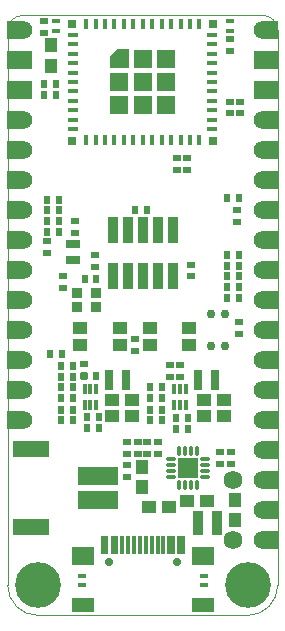
<source format=gts>
G04*
G04 #@! TF.GenerationSoftware,Altium Limited,Altium Designer,25.0.1 (26)*
G04*
G04 Layer_Color=8388736*
%FSLAX25Y25*%
%MOIN*%
G70*
G04*
G04 #@! TF.SameCoordinates,5D196012-D927-4492-92D9-CD159FF3DA83*
G04*
G04*
G04 #@! TF.FilePolarity,Negative*
G04*
G01*
G75*
%ADD14C,0.00394*%
%ADD42R,0.07323X0.04961*%
%ADD43R,0.07323X0.05945*%
%ADD44R,0.01417X0.05945*%
%ADD45R,0.03780X0.03386*%
%ADD46R,0.04567X0.02598*%
%ADD47R,0.12441X0.05748*%
%ADD48R,0.13622X0.06142*%
%ADD49R,0.04764X0.04370*%
%ADD50R,0.03583X0.08110*%
%ADD51R,0.02992X0.06929*%
%ADD52R,0.01614X0.03189*%
%ADD53R,0.02598X0.02205*%
%ADD54O,0.01221X0.03583*%
%ADD55O,0.03583X0.01221*%
%ADD56R,0.06732X0.06732*%
%ADD57C,0.02992*%
%ADD58R,0.02598X0.01811*%
%ADD59R,0.03189X0.08504*%
%ADD60R,0.02992X0.02992*%
%ADD61R,0.03386X0.01811*%
%ADD62R,0.01811X0.03386*%
%ADD63R,0.05945X0.05945*%
%ADD64R,0.04173X0.04567*%
%ADD65R,0.02205X0.02598*%
%ADD66R,0.04567X0.04173*%
%ADD67C,0.02795*%
%ADD68C,0.06142*%
%ADD69R,0.06142X0.06142*%
%ADD70C,0.06236*%
%ADD71R,0.05236X0.06142*%
%ADD72R,0.06142X0.06142*%
%ADD73C,0.15236*%
G36*
X40472Y182303D02*
X33976D01*
Y186240D01*
X36535Y188799D01*
X40472D01*
Y182303D01*
D02*
G37*
D14*
X90000Y195000D02*
G03*
X85000Y200000I-5000J0D01*
G01*
X80000Y-0D02*
G03*
X90000Y10000I0J10000D01*
G01*
X5000Y200000D02*
G03*
X0Y195000I0J-5000D01*
G01*
X-0Y10000D02*
G03*
X10000Y0I10000J0D01*
G01*
X-0Y195000D02*
X0Y10000D01*
X5000Y200000D02*
X85000Y200000D01*
X90000Y10000D02*
X90000Y195000D01*
X10000Y0D02*
X80000Y0D01*
D42*
X64961Y3396D02*
D03*
X25039D02*
D03*
D43*
Y19852D02*
D03*
X64961D02*
D03*
D44*
X31713Y23455D02*
D03*
X32894Y23455D02*
D03*
X57106Y23455D02*
D03*
X58287Y23455D02*
D03*
X55039Y23455D02*
D03*
X53858Y23455D02*
D03*
X51890D02*
D03*
X49921D02*
D03*
X47953Y23455D02*
D03*
X45984D02*
D03*
X44016D02*
D03*
X42047D02*
D03*
X40079Y23455D02*
D03*
X38110D02*
D03*
X36142Y23455D02*
D03*
X34961Y23455D02*
D03*
D45*
X22972Y102697D02*
D03*
X29469Y107618D02*
D03*
X22972Y107618D02*
D03*
X29469Y102697D02*
D03*
D46*
X21890Y118347D02*
D03*
Y123858D02*
D03*
D47*
X7756Y55492D02*
D03*
Y29508D02*
D03*
D48*
X30000Y46437D02*
D03*
Y38563D02*
D03*
D49*
X24114Y95768D02*
D03*
Y90059D02*
D03*
X37303Y95768D02*
D03*
Y90059D02*
D03*
X47343Y95768D02*
D03*
Y90059D02*
D03*
X60532Y95768D02*
D03*
Y90059D02*
D03*
D50*
X69784Y30709D02*
D03*
X63287D02*
D03*
D51*
X39370Y78347D02*
D03*
X33858D02*
D03*
X69095D02*
D03*
X63583D02*
D03*
D52*
X25591Y70079D02*
D03*
X27559D02*
D03*
X29528D02*
D03*
Y75590D02*
D03*
X27559D02*
D03*
X25591D02*
D03*
X55315D02*
D03*
X57284D02*
D03*
X59252D02*
D03*
Y70079D02*
D03*
X57284D02*
D03*
X55315D02*
D03*
D53*
X42500Y88032D02*
D03*
Y91969D02*
D03*
X18504Y113098D02*
D03*
Y109161D02*
D03*
X22441Y131496D02*
D03*
Y127559D02*
D03*
X29134Y116142D02*
D03*
Y120079D02*
D03*
X12992Y124803D02*
D03*
Y120866D02*
D03*
X77165Y93701D02*
D03*
Y97638D02*
D03*
X76378Y131102D02*
D03*
Y135039D02*
D03*
X53937Y83465D02*
D03*
Y79528D02*
D03*
X25394Y79724D02*
D03*
Y83661D02*
D03*
X50000Y57874D02*
D03*
Y53937D02*
D03*
X39764Y57874D02*
D03*
Y53937D02*
D03*
X43307Y57874D02*
D03*
Y53937D02*
D03*
X70866Y50394D02*
D03*
Y54331D02*
D03*
X39764Y46063D02*
D03*
Y50000D02*
D03*
X46457Y53937D02*
D03*
Y57874D02*
D03*
X61024Y112992D02*
D03*
Y116929D02*
D03*
X12205Y194095D02*
D03*
Y198031D02*
D03*
X74000Y188031D02*
D03*
Y191969D02*
D03*
X57480Y83465D02*
D03*
Y79528D02*
D03*
X56299Y148425D02*
D03*
Y152362D02*
D03*
X59842Y148425D02*
D03*
Y152362D02*
D03*
X74410Y54331D02*
D03*
Y50394D02*
D03*
X74016Y171260D02*
D03*
Y167323D02*
D03*
X77559Y171260D02*
D03*
Y167323D02*
D03*
D54*
X57236Y43421D02*
D03*
X59205D02*
D03*
X61173D02*
D03*
X63142D02*
D03*
Y54642D02*
D03*
X61173D02*
D03*
X59205D02*
D03*
X57236D02*
D03*
D55*
X65799Y46079D02*
D03*
X65799Y48047D02*
D03*
Y50016D02*
D03*
Y51984D02*
D03*
X54579D02*
D03*
Y50016D02*
D03*
Y48047D02*
D03*
Y46079D02*
D03*
D56*
X60189Y49031D02*
D03*
D57*
X67736Y89917D02*
D03*
X72264Y100390D02*
D03*
X67736D02*
D03*
X72264Y89917D02*
D03*
D58*
X74016Y194882D02*
D03*
Y198031D02*
D03*
X24646Y13160D02*
D03*
Y10010D02*
D03*
X65354Y10010D02*
D03*
X65354Y13160D02*
D03*
X16142Y194882D02*
D03*
Y198031D02*
D03*
D59*
X35000Y113032D02*
D03*
X40000D02*
D03*
X45000D02*
D03*
X50000D02*
D03*
X55000D02*
D03*
Y128386D02*
D03*
X50000D02*
D03*
X45000D02*
D03*
X40000D02*
D03*
X35000D02*
D03*
D60*
X21575Y197264D02*
D03*
Y158287D02*
D03*
X68425Y197264D02*
D03*
Y158287D02*
D03*
D61*
X21772Y193524D02*
D03*
Y190374D02*
D03*
Y187224D02*
D03*
Y184075D02*
D03*
Y180925D02*
D03*
Y177776D02*
D03*
Y174626D02*
D03*
Y171476D02*
D03*
Y168327D02*
D03*
Y165177D02*
D03*
Y162028D02*
D03*
X68228D02*
D03*
Y165177D02*
D03*
Y168327D02*
D03*
Y171476D02*
D03*
Y174626D02*
D03*
Y177776D02*
D03*
Y180925D02*
D03*
Y184075D02*
D03*
Y187224D02*
D03*
Y190374D02*
D03*
Y193524D02*
D03*
D62*
X26102Y158484D02*
D03*
X29252D02*
D03*
X32402D02*
D03*
X35551D02*
D03*
X38701D02*
D03*
X41850D02*
D03*
X45000D02*
D03*
X48150D02*
D03*
X51299D02*
D03*
X54449D02*
D03*
X57598D02*
D03*
X60748D02*
D03*
X63898D02*
D03*
Y197067D02*
D03*
X60748D02*
D03*
X57598D02*
D03*
X54449D02*
D03*
X51299D02*
D03*
X48150D02*
D03*
X45000D02*
D03*
X41850D02*
D03*
X38701D02*
D03*
X35551D02*
D03*
X32402D02*
D03*
X29252D02*
D03*
X26102D02*
D03*
D63*
X45000Y177776D02*
D03*
Y185551D02*
D03*
X52776D02*
D03*
Y177776D02*
D03*
Y170000D02*
D03*
X45000D02*
D03*
X37224D02*
D03*
Y177776D02*
D03*
D64*
X44882Y42716D02*
D03*
X44882Y49409D02*
D03*
X14567Y183267D02*
D03*
X14567Y189960D02*
D03*
X75591Y31693D02*
D03*
X75591Y38385D02*
D03*
D65*
X16142Y173622D02*
D03*
X12205D02*
D03*
X29528Y112205D02*
D03*
X25591D02*
D03*
X73228Y109449D02*
D03*
X77165D02*
D03*
X73228Y112992D02*
D03*
X77165D02*
D03*
X12992Y131496D02*
D03*
X16929D02*
D03*
X12992Y127953D02*
D03*
X16929D02*
D03*
X77165Y138976D02*
D03*
X73228D02*
D03*
X17968Y87000D02*
D03*
X14031D02*
D03*
X73228Y105905D02*
D03*
X77165D02*
D03*
X73228Y116535D02*
D03*
X77165D02*
D03*
X73228Y120079D02*
D03*
X77165D02*
D03*
X60039Y65748D02*
D03*
X56102D02*
D03*
X60039Y62205D02*
D03*
X56102D02*
D03*
X30315Y66142D02*
D03*
X26378D02*
D03*
X30315Y62598D02*
D03*
X26378D02*
D03*
X21654Y83071D02*
D03*
X17717D02*
D03*
X47441Y75984D02*
D03*
X51378D02*
D03*
X47441Y68504D02*
D03*
X51378D02*
D03*
Y64961D02*
D03*
X47441D02*
D03*
X29331Y79724D02*
D03*
X25394D02*
D03*
X17717Y79528D02*
D03*
X21654D02*
D03*
X17717Y75984D02*
D03*
X21654D02*
D03*
Y68504D02*
D03*
X17717D02*
D03*
Y64961D02*
D03*
X21654D02*
D03*
X47441Y72441D02*
D03*
X51378D02*
D03*
X17717D02*
D03*
X21654D02*
D03*
X13032Y135000D02*
D03*
X16969D02*
D03*
X46457Y135039D02*
D03*
X42520D02*
D03*
X16969Y138500D02*
D03*
X13032D02*
D03*
X12205Y177165D02*
D03*
X16142D02*
D03*
D66*
X72048Y71654D02*
D03*
X65355Y71654D02*
D03*
X72048Y66536D02*
D03*
X65355Y66536D02*
D03*
X41536Y66536D02*
D03*
X34843Y66536D02*
D03*
X41536Y71654D02*
D03*
X34843Y71654D02*
D03*
X53741Y36221D02*
D03*
X47048D02*
D03*
X59645Y38189D02*
D03*
X66338D02*
D03*
D67*
X56378Y17764D02*
D03*
X33622D02*
D03*
D68*
X5000Y195000D02*
D03*
X85000Y145000D02*
D03*
Y155000D02*
D03*
Y165000D02*
D03*
Y135000D02*
D03*
Y125000D02*
D03*
Y115000D02*
D03*
Y105000D02*
D03*
Y65000D02*
D03*
Y75000D02*
D03*
Y85000D02*
D03*
Y95000D02*
D03*
Y25000D02*
D03*
Y35000D02*
D03*
Y45000D02*
D03*
Y55000D02*
D03*
X5000Y85000D02*
D03*
Y95000D02*
D03*
Y125000D02*
D03*
Y115000D02*
D03*
Y135000D02*
D03*
Y145000D02*
D03*
Y155000D02*
D03*
Y165000D02*
D03*
Y105000D02*
D03*
Y75000D02*
D03*
Y65000D02*
D03*
X85000Y195000D02*
D03*
D69*
X5000Y185000D02*
D03*
X85000Y175000D02*
D03*
X5000Y175000D02*
D03*
X85000Y185000D02*
D03*
D70*
X75000Y25000D02*
D03*
Y45000D02*
D03*
D71*
X2500Y195000D02*
D03*
Y165000D02*
D03*
Y155000D02*
D03*
Y145000D02*
D03*
Y135000D02*
D03*
Y125000D02*
D03*
Y115000D02*
D03*
Y105000D02*
D03*
Y95000D02*
D03*
Y85000D02*
D03*
Y75000D02*
D03*
Y65000D02*
D03*
X87500Y25000D02*
D03*
Y35000D02*
D03*
Y45000D02*
D03*
Y55000D02*
D03*
Y65000D02*
D03*
Y75000D02*
D03*
Y85000D02*
D03*
Y95000D02*
D03*
Y105000D02*
D03*
Y115000D02*
D03*
Y125000D02*
D03*
Y135000D02*
D03*
Y145000D02*
D03*
Y155000D02*
D03*
Y165000D02*
D03*
X87500Y195000D02*
D03*
D72*
X2756Y185000D02*
D03*
Y175000D02*
D03*
X87244Y185000D02*
D03*
X87244Y175000D02*
D03*
D73*
X10000Y10000D02*
D03*
X80000D02*
D03*
M02*

</source>
